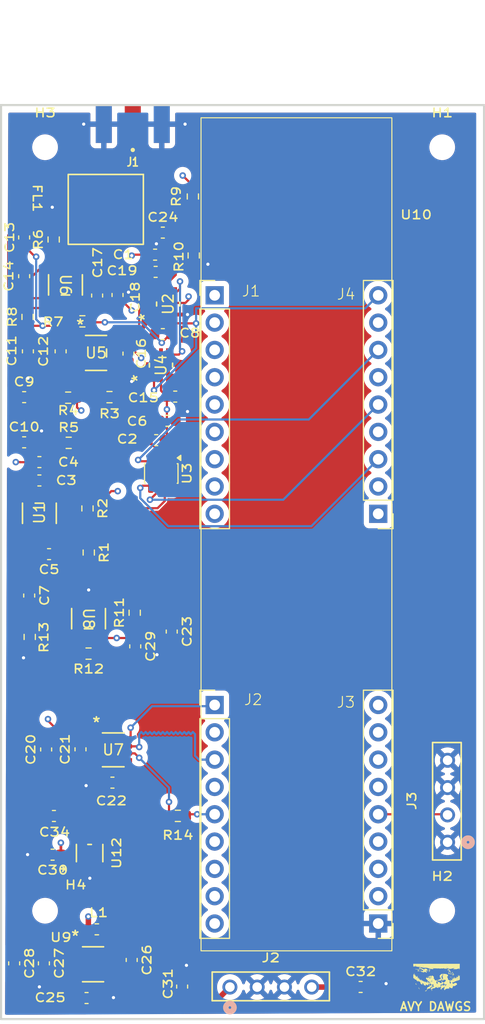
<source format=kicad_pcb>
(kicad_pcb (version 20241229) (generator "pcbnew") (generator_version "9.0")
  (layers (0 "F.Cu" signal) (4 "In1.Cu" power "GND.Cu") (6 "In2.Cu" power "PWR5.Cu") (2 "B.Cu" signal) (13 "F.Paste" user) (15 "B.Paste" user) (5 "F.SilkS" user "F.Silkscreen") (7 "B.SilkS" user "B.Silkscreen") (1 "F.Mask" user) (3 "B.Mask" user) (25 "Edge.Cuts" user))
  (net 0 "")
  (net 1 "/Serial_Data_Out")
  (net 2 "GND")
  (net 3 "/PGA/Vout")
  (net 4 "/Pot_CS")
  (net 5 "/PGA/Sigin")
  (net 6 "/PGA/Vinm")
  (net 7 "+5V")
  (net 8 "Net-(U1-+IN)")
  (net 9 "/HGA_out")
  (net 10 "Net-(U6--IN)")
  (net 11 "/High Gain Amplifier/Vref")
  (net 12 "/ADC/Sigin")
  (net 13 "Net-(U5-+IN)")
  (net 14 "Net-(U5--IN)")
  (net 15 "/HGA_in")
  (net 16 "/Filter_out")
  (net 17 "/Bypass_sig")
  (net 18 "/PGA_in")
  (net 19 "Net-(U7-AIN)")
  (net 20 "Net-(U7-REF)")
  (net 30 "/High Gain Amplifier/Sigin")
  (net 32 "/SCK")
  (net 33 "/CS_bar")
  (net 42 "/uart")
  (net 47 "Net-(C13-Pad2)")
  (net 48 "+3.3V")
  (net 49 "/Filter/Sigout")
  (net 50 "+9V")
  (net 51 "Net-(U9-SW)")
  (net 52 "Net-(U9-BST)")
  (net 53 "/Filter/Sigin")
  (net 54 "Net-(U8--IN)")
  (net 55 "Net-(U7-SDO)")
  (net 57 "/Bypass_ctrl")
  (net 62 "/Pot_SDI")
  (net 63 "/Pot_CLK")
  (footprint "Resistor_SMD:R_0603_1608Metric" (layer "F.Cu") (at 126.3 108.91 -90)
    (property "Reference" "R1")
    (property "Value" "100k" (hide yes))
  )
  (footprint "pin_header_fp:CON4_1X4_TU_TSW" (layer "F.Cu") (at 143.26 149.32)
    (property "Reference" "J2")
    (property "Value" "TSW-104-14-F-S" (hide yes))
  )
  (footprint "Capacitor_SMD:C_0603_1608Metric" (layer "F.Cu") (at 120.28 94.46)
    (property "Reference" "C9")
    (property "Value" "10u" (hide yes))
  )
  (footprint "Resistor_SMD:R_0603_1608Metric" (layer "F.Cu") (at 136 75.8 -90)
    (property "Reference" "R9")
    (property "Value" "10k" (hide yes))
  )
  (footprint "457k_bp_filter_fp:457k_bandpass_FL" (layer "F.Cu") (at 124.3875 73.75 -90)
    (property "Reference" "FL1")
    (property "Value" "~" (hide yes))
  )
  (footprint "Capacitor_SMD:C_0603_1608Metric" (layer "F.Cu") (at 122.93 137.01 180)
    (property "Reference" "C30")
    (property "Value" "1u" (hide yes))
  )
  (footprint "step_down_converter:SOIC_05WU-7_DIO-M" (layer "F.Cu") (at 126.7 147.2)
    (property "Reference" "U9")
    (property "Value" "AP63205WU-7" (hide yes))
  )
  (footprint "Resistor_SMD:R_0603_1608Metric" (layer "F.Cu") (at 120.6 87 90)
    (property "Reference" "R8")
    (property "Value" "1.33k" (hide yes))
  )
  (footprint "Capacitor_SMD:C_0603_1608Metric" (layer "F.Cu") (at 120.28 98.66)
    (property "Reference" "C10")
    (property "Value" "100n" (hide yes))
  )
  (footprint "linear_regulator_fp:SC-70_C5_MCH-M" (layer "F.Cu") (at 126.38 136.86 90)
    (property "Reference" "U12")
    (property "Value" "MIC5365-3.3YC5-TR" (hide yes))
  )
  (footprint "SMA_male_fp:RFSOLUTIONS_CON-SMA-EDGE-S" (layer "F.Cu") (at 130.4 69.0725 -90)
    (property "Reference" "J1")
    (property "Value" "CON-SMA-EDGE-S" (hide yes))
  )
  (footprint "MountingHole:MountingHole_2mm" (layer "F.Cu") (at 122.23 142.22)
    (property "Reference" "H4")
    (property "Value" "MountingHole" (hide yes))
  )
  (footprint "Inductor_SMD:L_0603_1608Metric" (layer "F.Cu") (at 127.05 143.95 180)
    (property "Reference" "L1")
    (property "Value" "4.7u" (hide yes))
  )
  (footprint "Resistor_SMD:R_0603_1608Metric" (layer "F.Cu") (at 124.43 98.71)
    (property "Reference" "R5")
    (property "Value" "10k" (hide yes))
  )
  (footprint "Mux:DCK6" (layer "F.Cu") (at 133.03 91.4821 90)
    (property "Reference" "U4")
    (property "Value" "TS5A4624DCKR")
  )
  (footprint "Capacitor_SMD:C_0603_1608Metric" (layer "F.Cu") (at 130.3 146.8 90)
    (property "Reference" "C26")
    (property "Value" "100n" (hide yes))
  )
  (footprint "Capacitor_SMD:C_0603_1608Metric" (layer "F.Cu") (at 134.355 94.41)
    (property "Reference" "C15")
    (property "Value" "100n" (hide yes))
  )
  (footprint "Capacitor_SMD:C_0603_1608Metric" (layer "F.Cu") (at 135 149.275 90)
    (property "Reference" "C31")
    (property "Value" "10u" (hide yes))
  )
  (footprint "Capacitor_SMD:C_0603_1608Metric" (layer "F.Cu") (at 122.6 109.06 180)
    (property "Reference" "C5")
    (property "Value" ".2u" (hide yes))
  )
  (footprint "Resistor_SMD:R_0603_1608Metric" (layer "F.Cu") (at 123.03 79.8 90)
    (property "Reference" "R6")
    (property "Value" "174k" (hide yes))
  )
  (footprint "LT172x:S_5_ADI" (layer "F.Cu") (at 126.28 115.06 -90)
    (property "Reference" "U8")
    (property "Value" "LT1818IS5-TRMPBF")
  )
  (footprint "Capacitor_SMD:C_0603_1608Metric" (layer "F.Cu") (at 122.12 147.115 -90)
    (property "Reference" "C27")
    (property "Value" "22u" (hide yes))
  )
  (footprint "Capacitor_SMD:C_0603_1608Metric" (layer "F.Cu") (at 120.28 79.61 -90)
    (property "Reference" "C13")
    (property "Value" "36p" (hide yes))
  )
  (footprint "Capacitor_SMD:C_0603_1608Metric" (layer "F.Cu") (at 128.98 84.96 90)
    (property "Reference" "C18")
    (property "Value" "100n" (hide yes))
  )
  (footprint "Capacitor_SMD:C_0603_1608Metric" (layer "F.Cu") (at 121.7 102.21)
    (property "Reference" "C3")
    (property "Value" "1u" (hide yes))
  )
  (footprint "Resistor_SMD:R_0603_1608Metric" (layer "F.Cu") (at 126.28 118.31 180)
    (property "Reference" "R12")
    (property "Value" "3k" (hide yes))
  )
  (footprint "pin_header_fp:CON4_1X4_TU_TSW" (layer "F.Cu") (at 159.73 132.04 90)
    (property "Reference" "J3")
    (property "Value" "TSW-104-14-F-S" (hide yes))
  )
  (footprint "Resistor_SMD:R_0603_1608Metric" (layer "F.Cu") (at 124.38 94.51 180)
    (property "Reference" "R4")
    (property "Value" "10k" (hide yes))
  )
  (footprint "LT172x:S_5_ADI" (layer "F.Cu") (at 121.7 105.26 90)
    (property "Reference" "U1")
    (property "Value" "LT1722CS5-TRMPBF")
  )
  (footprint "LT172x:S_5_ADI" (layer "F.Cu") (at 124.129999 84.02 -90)
    (property "Reference" "U6")
    (property "Value" "LT1722CS5-TRMPBF")
  )
  (footprint "Resistor_SMD:R_0603_1608Metric" (layer "F.Cu") (at 134.6 133.4)
    (property "Reference" "R14")
    (property "Value" "33" (hide yes))
  )
  (footprint "Capacitor_SMD:C_0603_1608Metric" (layer "F.Cu") (at 123.055 133.41 180)
    (property "Reference" "C34")
    (property "Value" "1u" (hide yes))
  )
  (footprint "Capacitor_SMD:C_0603_1608Metric" (layer "F.Cu") (at 125.53 127.21 90)
    (property "Reference" "C21")
    (property "Value" "4.7u" (hide yes))
  )
  (footprint "Cmod_S7:Cmod_S7" (layer "F.Cu") (at 142.86 58.55)
    (property "Reference" "U10")
    (property "Value" "~" (hide yes))
  )
  (footprint "Capacitor_SMD:C_0603_1608Metric" (layer "F.Cu") (at 133.63 96.66)
    (property "Reference" "C6")
    (property "Value" ".15u" (hide yes))
  )
  (footprint "Capacitor_SMD:C_0603_1608Metric" (layer "F.Cu") (at 133.2 79.16)
    (property "Reference" "C24")
    (property "Value" "22n" (hide yes))
  )
  (footprint "Resistor_SMD:R_0603_1608Metric" (layer "F.Cu") (at 128.23 94.46)
    (property "Reference" "R3")
    (property "Value" "4.99k" (hide yes))
  )
  (footprint "Capacitor_SMD:C_0603_1608Metric" (layer "F.Cu") (at 120.63 90.2 -90)
    (property "Reference" "C11")
    (property "Value" "10u" (hide yes))
  )
  (footprint "Capacitor_SMD:C_0603_1608Metric" (layer "F.Cu") (at 123.68 90.2 -90)
    (property "Reference" "C12")
    (property "Value" "100n" (hide yes))
  )
  (footprint "Capacitor_SMD:C_0603_1608Metric" (layer "F.Cu") (at 120.75 112.91 -90)
    (property "Reference" "C7")
    (property "Value" "68p" (hide yes))
  )
  (footprint "Package_TO_SOT_SMD:SOT-23-8" (layer "F.Cu") (at 133.055 101.56 -90)
    (property "Reference" "U3")
    (property "Value" "AD5160" (hide yes))
  )
  (footprint "Resistor_SMD:R_0603_1608Metric" (layer "F.Cu") (at 125.705 87.41)
    (property "Reference" "R7")
    (property "Value" "866" (hide yes))
  )
  (footprint "Capacitor_SMD:C_0603_1608Metric" (layer "F.Cu") (at 132.58 98.46 180)
    (property "Reference" "C2")
    (property "Value" "100n" (hide yes))
  )
  (footprint "Capacitor_SMD:C_0603_1608Metric" (layer "F.Cu") (at 130 90.41 -90)
    (property "Reference" "C16")
    (property "Value" "100n" (hide yes))
  )
  (footprint "Resistor_SMD:R_0603_1608Metric" (layer "F.Cu") (at 126.18 104.81 -90)
    (property "Reference" "R2")
    (property "Value" "100k" (hide yes))
  )
  (footprint "Resistor_SMD:R_0603_1608Metric" (layer "F.Cu") (at 136.08 81.285 -90)
    (property "Reference" "R10")
    (property "Value" "10k" (hide yes))
  )
  (footprint "LTC2315:TSOT-23_TS8_LIT" (layer "F.Cu") (at 128.58 127.26)
    (property "Reference" "U7")
    (property "Value" "LTC2315CTS8-12-PBF")
  )
  (footprint "Resistor_SMD:R_0603_1608Metric" (layer "F.Cu") (at 120.8 116.76 -90)
    (property "Reference" "R13")
    (property "Value" "2k" (hide yes))
  )
  (footprint "Capacitor_SMD:C_0603_1608Metric" (layer "F.Cu") (at 151.63 149.31)
    (property "Reference" "C32")
    (property "Value" "10u" (hide yes))
  )
  (footprint "Capacitor_SMD:C_0603_1608Metric" (layer "F.Cu") (at 120.28 83.21 90)
    (property "Reference" "C14")
    (property "Value" "36p" (hide yes))
  )
  (footprint "Capacitor_SMD:C_0603_1608Metric" (layer "F.Cu") (at 127.08 85.01 90)
    (property "Reference" "C17")
    (property "Value" "1u" (hide yes))
  )
  (footprint "Capacitor_SMD:C_0603_1608Metric" (layer "F.Cu") (at 133.2 88.6)
    (property "Reference" "C8")
    (property "Value" "68p" (hide yes))
  )
  (footprint "Capacitor_SMD:C_0603_1608Metric" (layer "F.Cu") (at 132.53 82.81)
    (property "Reference" "C19")
    (property "Value" "100n" (hide yes))
  )
  (footprint "MountingHole:MountingHole_2mm" (layer "F.Cu") (at 122.23 71.22)
    (property "Reference" "H3")
    (property "Value" "MountingHole" (hide yes))
  )
  (footprint "Capacitor_SMD:C_0603_1608Metric" (layer "F.Cu") (at 128.505 130.31 180)
    (property "Reference" "C22")
    (property "Value" "4.7u" (hide yes))
  )
  (footprint "Capacitor_SMD:C_0603_1608Metric" (layer "F.Cu") (at 130.63 117.635 -90)
    (property "Reference" "C29")
    (property "Value" "100n" (hide yes))
  )
  (footprint "Capacitor_SMD:C_0603_1608Metric" (layer "F.Cu") (at 119.35 147.115 -90)
    (property "Reference" "C28")
    (property "Value" "22u" (hide yes))
  )
  (footprint "Capacitor_SMD:C_0603_1608Metric" (layer "F.Cu") (at 132.48 81.21)
    (property "Reference" "C1")
    (property "Value" "1u" (hide yes))
  )
  (footprint "Capacitor_SMD:C_0603_1608Metric" (layer "F.Cu") (at 122.33 127.225 90)
    (property "Reference" "C20")
    (property "Value" "4.7u" (hide yes))
  )
  (footprint "Capacitor_SMD:C_0603_1608Metric" (layer "F.Cu") (at 134.03 116.26 -90)
    (property "Reference" "C23")
    (property "Value" "47p" (hide yes))
  )
  (footprint "Resistor_SMD:R_0603_1608Metric" (layer "F.Cu") (at 130.58 114.51 90)
    (property "Reference" "R11")
    (property "Value" "50" (hide yes))
  )
  (footprint "Graphics:grapphics" (layer "F.Cu") (at 158.7 148.6)
    (property "Reference" "G***" (hide yes))
    (property "Value" "LOGO" (hide yes))
  )
  (footprint "AD8031:RJ_5_ADI" (layer "F.Cu") (at 126.9808 90.350001)
    (property "Reference" "U5")
    (property "Value" "AD8031ARTZ-REEL7")
  )
  (footprint "Capacitor_SMD:C_0603_1608Metric" (layer "F.Cu") (at 121.7 100.5)
    (property "Reference" "C4")
    (property "Value" "100n" (hide yes))
  )
  (footprint "Mux:DCK6" (layer "F.Cu") (at 133.7 85.8 90)
    (property "Reference" "U2")
    (property "Value" "TS5A4624DCKR")
  )
  (footprint "MountingHole:MountingHole_2mm" (layer "F.Cu") (at 159.23 71.22)
    (property "Reference" "H1")
    (property "Value" "MountingHole" (hide yes))
  )
  (footprint "MountingHole:MountingHole_2mm" (layer "F.Cu") (at 159.23 142.22)
    (property "Reference" "H2")
    (property "Value" "MountingHole" (hide yes))
  )
  (footprint "Capacitor_SMD:C_0603_1608Metric" (layer "F.Cu") (at 126.095 150.34)
    (property "Reference" "C25")
    (property "Value" "10u" (hide yes))
  )
  (gr_rect (start 118.13 67.3) (end 163.13 152.3) (stroke (width 0.2)) (fill no) (layer "Edge.Cuts"))
  (gr_text "AVY DAWGS" (at 155.2 151.6 0) (layer "F.SilkS") (effects (font (size 0.8 0.8) (thickness 0.15) (bold yes)) (justify left bottom)))
  (segment (start 136.4 133.25) (end 135.575 133.25) (width 0.2032) (layer "F.Cu") (net 1))
  (via (at 136.4 133.25) (size 0.61) (drill 0.3) (layers "F.Cu" "B.Cu") (net 1))
  (segment (start 136.4 133.25) (end 138.03 133.25) (width 0.2032) (layer "B.Cu") (net 1))
  (segment (start 123.455 100.51) (end 125.255 98.71) (width 0.2032) (layer "F.Cu") (net 2))
  (segment (start 122.33 128) (end 125.515 128) (width 0.2032) (layer "F.Cu") (net 2))
  (segment (start 133.305 82.81) (end 133.305 81.26) (width 0.2032) (layer "F.Cu") (net 2))
  (segment (start 135.12 148.365) (end 135.12 148.38) (width 0.508) (layer "F.Cu") (net 2))
  (segment (start 120.8 118.12) (end 120.22 118.7) (width 0.2032) (layer "F.Cu") (net 2))
  (segment (start 122.7096 109.7646) (end 121.7 108.755) (width 0.2032) (layer "F.Cu") (net 2))
  (segment (start 126.2704 109.7646) (end 122.7096 109.7646) (width 0.2032) (layer "F.Cu") (net 2))
  (segment (start 122.855 100.51) (end 122.855 102.21) (width 0.2032) (layer "F.Cu") (net 2))
  (segment (start 135 148.5) (end 135 147.7) (width 0.508) (layer "F.Cu") (net 2))
  (segment (start 121.055 98.71) (end 122.855 100.51) (width 0.2032) (layer "F.Cu") (net 2))
  (segment (start 127.13 84.185) (end 127.08 84.235) (width 0.2032) (layer "F.Cu") (net 2))
  (segment (start 134.349999 86.7779) (end 135.5 86.7779) (width 0.2032) (layer "F.Cu") (net 2))
  (segment (start 122.12 147.89) (end 122.12 148.88) (width 0.508) (layer "F.Cu") (net 2))
  (segment (start 127.73 130.31) (end 126.29 130.31) (width 0.2032) (layer "F.Cu") (net 2))
  (segment (start 124.129999 83.057399) (end 125.3076 84.235) (width 0.2032) (layer "F.Cu") (net 2))
  (segment (start 125.53 127.985) (end 125.929999 127.585001) (width 0.2032) (layer "F.Cu") (net 2))
  (segment (start 120.8 117.585) (end 120.8 118.12) (width 0.2032) (layer "F.Cu") (net 2))
  (segment (start 133.255 81.21) (end 133.255 80.855) (width 0.2032) (layer "F.Cu") (net 2))
  (segment (start 126.29 130.31) (end 126.1 130.5) (width 0.2032) (layer "F.Cu") (net 2))
  (segment (start 135.5 86.7779) (end 135.6779 86.7779) (width 0.2032) (layer "F.Cu") (net 2))
  (segment (start 126.28 112.4) (end 126.29 112.39) (width 0.2032) (layer "F.Cu") (net 2))
  (segment (start 121.055 98.445) (end 121.9 97.6) (width 0.2032) (layer "F.Cu") (net 2))
  (segment (start 122.28 136.885) (end 122.155 137.01) (width 0.2032) (layer "F.Cu") (net 2))
  (segment (start 131.805 98.46) (end 125.505 98.46) (width 0.2032) (layer "F.Cu") (net 2))
  (segment (start 121.055 98.66) (end 121.055 98.71) (width 0.2032) (layer "F.Cu") (net 2))
  (segment (start 135.13 93.910001) (end 135.13 94.41) (width 0.2032) (layer "F.Cu") (net 2))
  (segment (start 120.61 137.01) (end 120.6 137) (width 0.2032) (layer "F.Cu") (net 2))
  (segment (start 127.73 130.185) (end 125.53 127.985) (width 0.2032) (layer "F.Cu") (net 2))
  (segment (start 134.92 148.42) (end 134.92 148.365) (width 0.508) (layer "F.Cu") (net 2))
  (segment (start 130.63 118.41) (end 132.655 118.41) (width 0.2032) (layer "F.Cu") (net 2))
  (segment (start 120.63 90.975) (end 123.68 90.975) (width 0.2032) (layer "F.Cu") (net 2))
  (segment (start 122.155 137.01) (end 120.61 137.01) (width 0.254) (layer "F.Cu") (net 2))
  (segment (start 126.38 138.07285) (end 126.38 139.18) (width 0.254) (layer "F.Cu") (net 2))
  (segment (start 126.87 150.34) (end 128.56 150.34) (width 0.508) (layer "F.Cu") (net 2))
  (segment (start 121.7 108.755) (end 121.7 106.57) (width 0.2032) (layer "F.Cu") (net 2))
  (segment (start 126.38 139.18) (end 126.4 139.2) (width 0.2032) (layer "F.Cu") (net 2))
  (segment (start 125.505 98.46) (end 125.255 98.71) (width 0.2032) (layer "F.Cu") (net 2))
  (segment (start 126.29 112.39) (end 126.3 112.38) (width 0.2032) (layer "F.Cu") (net 2))
  (segment (start 135.13 94.41) (end 135.13 95.43) (width 0.2032) (layer "F.Cu") (net 2))
  (segment (start 126.28 113.75) (end 126.28 112.4) (width 0.2032) (layer "F.Cu") (net 2))
  (segment (start 136.08 82.11) (end 137.39 82.11) (width 0.2032) (layer "F.Cu") (net 2))
  (segment (start 133.305 81.26) (end 133.255 81.21) (width 0.2032) (layer "F.Cu") (net 2))
  (segment (start 125.3076 84.235) (end 127.08 84.235) (width 0.2032) (layer "F.Cu") (net 2))
  (segment (start 121.055 98.66) (end 121.055 98.445) (width 0.2032) (layer "F.Cu") (net 2))
  (segment (start 135 147.7) (end 135.4 147.3) (width 0.508) (layer "F.Cu") (net 2))
  (segment (start 130 92.7) (end 130.3 93) (width 0.2032) (layer "F.Cu") (net 2))
  (segment (start 119.35 147.89) (end 122.12 147.89) (width 0.508) (layer "F.Cu") (net 2))
  (segment (start 132.73 99.385) (end 132.73 100.4225) (width 0.2032) (layer "F.Cu") (net 2))
  (segment (start 122.28 133.41) (end 122.28 136.885) (width 0.254) (layer "F.Cu") (net 2))
  (segment (start 122.12 148.88) (end 121.7 149.3) (width 0.508) (layer "F.Cu") (net 2))
  (segment (start 122.855 100.51) (end 123.455 100.51) (width 0.2032) (layer "F.Cu") (net 2))
  (segment (start 127.73 130.31) (end 127.73 130.185) (width 0.2032) (layer "F.Cu") (net 2))
  (segment (start 128.56 150.34) (end 128.6 150.3) (width 0.508) (layer "F.Cu") (net 2))
  (segment (start 126.3 109.735) (end 126.2704 109.7646) (width 0.2032) (layer "F.Cu") (net 2))
  (segment (start 123.1 77) (end 122.9 76.8) (width 0.2032) (layer "F.Cu") (net 2))
  (segment (start 135 148.5) (end 134.92 148.42) (width 0.508) (layer "F.Cu") (net 2))
  (segment (start 135.2725 69.0725) (end 133.1 69.0725) (width 0.2032) (layer "F.Cu") (net 2))
  (segment (start 133.679999 92.46) (end 135.13 93.910001) (width 0.2032) (layer "F.Cu") (net 2))
  (segment (start 124.129999 82.71) (end 124.129999 83.057399) (width 0.2032) (layer "F.Cu") (net 2))
  (segment (start 124.304999 90.350001) (end 125.7616 90.350001) (width 0.2032) (layer "F.Cu") (net 2))
  (segment (start 120.63 90.975) (end 120.63 92.7) (width 0.2032) (layer "F.Cu") (net 2))
  (segment (start 130 91.185) (end 130 92.7) (width 0.2032) (layer "F.Cu") (net 2))
  (segment (start 125.929999 127.585001) (end 127.26555 127.585001) (width 0.2032) (layer "F.Cu") (net 2))
  (segment (start 133.255 80.855) (end 132.6 80.2) (width 0.2032) (layer "F.Cu") (net 2))
  (segment (start 137.39 82.11) (end 137.4 82.1) (width 0.2032) (layer "F.Cu") (net 2))
  (segment (start 126.3 112.38) (end 126.3 109.735) (width 0.2032) (layer "F.Cu") (net 2))
  (segment (start 135.13 95.43) (end 135.5 95.8) (width 0.2032) (layer "F.Cu") (net 2))
  (segment (start 120.63 92.7) (end 120.63 94.035) (width 0.2032) (layer "F.Cu") (net 2))
  (segment (start 125.8275 69.0725) (end 127.7 69.0725) (width 0.2032) (layer "F.Cu") (net 2))
  (segment (start 125.515 128) (end 125.53 127.985) (width 0.2032) (layer "F.Cu") (net 2))
  (segment (start 128.98 84.185) (end 129.485 84.185) (width 0.2032) (layer "F.Cu") (net 2))
  (segment (start 129.485 84.185) (end 130 84.7) (width 0.2032) (layer "F.Cu") (net 2))
  (segment (start 126.87 150.34) (end 126.87 149.383351) (width 0.508) (layer "F.Cu") (net 2))
  (segment (start 126.28 112.4) (end 126.28 112.32) (width 0.2032) (layer "F.Cu") (net 2))
  (segment (start 132.655 118.41) (end 134.03 117.035) (width 0.2032) (layer "F.Cu") (net 2))
  (segment (start 152.405 149.31) (end 153.69 149.31) (width 0.508) (layer "F.Cu") (net 2))
  (segment (start 125.3875 77) (end 123.1 77) (width 0.2032) (layer "F.Cu") (net 2))
  (segment (start 123.68 90.975) (end 124.304999 90.350001) (width 0.2032) (layer "F.Cu") (net 2))
  (segment (start 125.3875 77) (end 124.7 77) (width 0.2032) (layer "F.Cu") (net 2))
  (segment (start 126.87 149.383351) (end 128.10335 148.150001) (width 0.508) (layer "F.Cu") (net 2))
  (segment (start 131.805 98.46) (end 132.73 99.385) (width 0.2032) (layer "F.Cu") (net 2))
  (segment (start 135.12 148.38) (end 135 148.5) (width 0.508) (layer "F.Cu") (net 2))
  (segment (start 120.63 94.035) (end 121.055 94.46) (width 0.2032) (layer "F.Cu") (net 2))
  (segment (start 128.98 84.185) (end 127.13 84.185) (width 0.2032) (layer "F.Cu") (net 2))
  (segment (start 153.69 149.31) (end 154 149) (width 0.508) (layer "F.Cu") (net 2))
  (via (at 121.7 149.3) (size 0.61) (drill 0.3) (layers "F.Cu" "B.Cu") (net 2))
  (via (at 130.3 93) (size 0.61) (drill 0.3) (layers "F.Cu" "B.Cu") (net 2))
  (via (at 126.29 112.39) (size 0.61) (drill 0.3) (layers "F.Cu" "B.Cu") (net 2))
  (via (at 128.6 150.3) (size 0.61) (drill 0.3) (layers "F.Cu" "B.Cu") (net 2))
  (via (at 135.5 95.8) (size 0.61) (drill 0.3) (layers "F.Cu" "B.Cu") (net 2))
  (via (at 121.9 97.6) (size 0.61) (drill 0.3) (layers "F.Cu" "B.Cu") (net 2))
  (via (at 154 149) (size 0.61) (drill 0.3) (layers "F.Cu" "B.Cu") (net 2))
  (via (at 125.8275 69.0725) (size 0.61) (drill 0.3) (layers "F.Cu" "B.Cu") (net 2))
  (via (at 120.63 92.7) (size 0.61) (drill 0.3) (layers "F.Cu" "B.Cu") (net 2))
  (via (at 132.6 80.2) (size 0.61) (drill 0.3) (layers "F.Cu" "B.Cu") (net 2))
  (via (at 120.6 137) (size 0.61) (drill 0.3) (layers "F.Cu" "B.Cu") (net 2))
  (via (at 137.4 82.1) (size 0.61) (drill 0.3) (layers "F.Cu" "B.Cu") (net 2))
  (via (at 130 84.7) (size 0.61) (drill 0.3) (layers "F.Cu" "B.Cu") (net 2))
  (via (at 122.9 76.8) (size 0.61) (drill 0.3) (layers "F.Cu" "B.Cu") (net 2))
  (via (at 135.5 86.7779) (size 0.61) (drill 0.3) (layers "F.Cu" "B.Cu") (net 2))
  (via (at 120.22 118.7) (size 0.61) (drill 0.3) (layers "F.Cu" "B.Cu") (net 2))
  (via (at 135.4 147.3) (size 0.61) (drill 0.3) (layers "F.Cu" "B.Cu") (net 2))
  (via (at 126.4 139.2) (size 0.61) (drill 0.3) (layers "F.Cu" "B.Cu") (net 2))
  (via (at 135.2725 69.0725) (size 0.61) (drill 0.3) (layers "F.Cu" "B.Cu") (net 2))
  (via (at 126.052267 130.586174) (size 0.61) (drill 0.3) (layers "F.Cu" "B.Cu") (net 2))
  (via (at 132.655 118.41) (size 0.61) (drill 0.3) (layers "F.Cu" "B.Cu") (net 2))
  (segment (start 133.1 69.0725) (end 135.2725 69.0725) (width 0.2032) (layer "B.Cu") (net 2))
  (segment (start 127.7 69.0725) (end 125.8275 69.0725) (width 0.2032) (layer "B.Cu") (net 2))
  (segment (start 120.749999 106.189) (end 122.149799 104.7892) (width 0.2032) (layer "F.Cu") (net 3))
  (segment (start 132.7108 104.7892) (end 133.38 104.12) (width 0.2032) (layer "F.Cu") (net 3))
  (segment (start 133.38 104.12) (end 133.38 102.6975) (width 0.2032) (layer "F.Cu") (net 3))
  (segment (start 120.75 112.135) (end 120.75 106.57) (width 0.2032) (layer "F.Cu") (net 3))
  (segment (start 122.149799 104.7892) (end 132.7108 104.7892) (width 0.2032) (layer "F.Cu") (net 3))
  (segment (start 120.749999 106.57) (end 120.749999 106.189) (width 0.2032) (layer "F.Cu") (net 3))
  (segment (start 132.73 102.6975) (end 132.73 103.27) (width 0.2032) (layer "F.Cu") (net 4))
  (segment (start 132.73 103.27) (end 132 104) (width 0.2032) (layer "F.Cu") (net 4))
  (via (at 132 104) (size 0.61) (drill 0.3) (layers "F.Cu" "B.Cu") (net 4))
  (segment (start 132 104) (end 144.42 104) (width 0.2032) (layer "B.Cu") (net 4))
  (segment (start 144.42 104) (end 153.27 95.15) (width 0.2032) (layer "B.Cu") (net 4))
  (segment (start 134.405 96.66) (end 135 97.255) (width 0.2032) (layer "F.Cu") (net 5))
  (segment (start 135 97.255) (end 135 101.7275) (width 0.2032) (layer "F.Cu") (net 5))
  (segment (start 135 101.7275) (end 134.03 102.6975) (width 0.2032) (layer "F.Cu") (net 5))
  (segment (start 134.03 101.084999) (end 134.03 100.4225) (width 0.2032) (layer "F.Cu") (net 6))
  (segment (start 122.650001 103.95) (end 125.100001 101.5) (width 0.2032) (layer "F.Cu") (net 6))
  (segment (start 133.614999 101.5) (end 134.03 101.084999) (width 0.2032) (layer "F.Cu") (net 6))
  (segment (start 125.100001 101.5) (end 133.614999 101.5) (width 0.2032) (layer "F.Cu") (net 6))
  (segment (start 130.63 116.86) (end 128.9 116.86) (width 0.2032) (layer "F.Cu") (net 7))
  (segment (start 126.735949 125.7554) (end 123.0246 125.7554) (width 0.2032) (layer "F.Cu") (net 7))
  (segment (start 123.705 137.01) (end 123.705 135.805) (width 0.254) (layer "F.Cu") (net 7))
  (segment (start 129 103.2) (end 128.4 103.2) (width 0.2032) (layer "F.Cu") (net 7))
  (segment (start 135.05 73.85) (end 135 73.8) (width 0.2032) (layer "F.Cu") (net 7))
  (segment (start 126.2625 145.284149) (end 125.29665 146.249999) (width 0.508) (layer "F.Cu") (net 7))
  (segment (start 126.2625 143.95) (end 126.4025 143.95) (width 0.508) (layer "F.Cu") (net 7))
  (segment (start 126.625 85.33) (end 127.08 85.785) (width 0.2032) (layer "F.Cu") (net 7))
  (segment (start 127.105 116.495001) (end 127.230001 116.37) (width 0.2032) (layer "F.Cu") (net 7))
  (segment (start 119.35 146.34) (end 122.12 146.34) (width 0.508) (layer "F.Cu") (net 7))
  (segment (start 131.755 82.81) (end 131.61 82.81) (width 0.2032) (layer "F.Cu") (net 7))
  (segment (start 131.705 81.21) (end 130.39 81.21) (width 0.2032) (layer "F.Cu") (net 7))
  (segment (start 133.7 85.9905) (end 133.7 86.7779) (width 0.2032) (layer "F.Cu") (net 7))
  (segment (start 125.730001 137.2791) (end 125.909101 137.1) (width 0.254) (layer "F.Cu") (net 7))
  (segment (start 127.029999 137.529999) (end 127.029999 138.07285) (width 0.254) (layer "F.Cu") (net 7))
  (segment (start 127.08 85.785) (end 128.93 85.785) (width 0.2032) (layer "F.Cu") (net 7))
  (segment (start 135.6 85.1) (end 135.6 85.4) (width 0.2032) (layer "F.Cu") (net 7))
  (segment (start 128.9 116.86) (end 127.720001 116.86) (width 0.2032) (layer "F.Cu") (net 7))
  (segment (start 126.2625 143.95) (end 126.2625 145.284149) (width 0.508) (layer "F.Cu") (net 7))
  (segment (start 119.91 100.51) (end 121 100.51) (width 0.2032) (layer "F.Cu") (net 7))
  (segment (start 120.749999 103.95) (end 120.749999 102.765001) (width 0.2032) (layer "F.Cu") (net 7))
  (segment (start 122.12 146.34) (end 122.26 146.2) (width 0.508) (layer "F.Cu") (net 7))
  (segment (start 128.2 89.4) (end 129.765 89.4) (width 0.2032) (layer "F.Cu") (net 7))
  (segment (start 119.9 100.5) (end 119.91 100.51) (width 0.2032) (layer "F.Cu") (net 7))
  (segment (start 125.08 85.33) (end 126.625 85.33) (width 0.2032) (layer "F.Cu") (net 7))
  (segment (start 131.755 82.81) (end 131.755 81.26) (width 0.2032) (layer "F.Cu") (net 7))
  (segment (start 133.58 94.41) (end 133.03 93.86) (width 0.2032) (layer "F.Cu") (net 7))
  (segment (start 125.246651 146.2) (end 125.29665 146.249999) (width 0.508) (layer "F.Cu") (net 7))
  (segment (start 133.355 98.46) (end 133.355 100.3975) (width 0.2032) (layer "F.Cu") (net 7))
  (segment (start 127.105 118.31) (end 127.105 116.495001) (width 0.2032) (layer "F.Cu") (net 7))
  (segment (start 127.615 103.985) (end 126.18 103.985) (width 0.2032) (layer "F.Cu") (net 7))
  (segment (start 133.58 98.235) (end 133.58 95.6) (width 0.2032) (layer "F.Cu") (net 7))
  (segment (start 133.9905 85.7) (end 133.7 85.9905) (width 0.2032) (layer "F.Cu") (net 7))
  (segment (start 128.98 85.735) (end 129.635 85.735) (width 0.2032) (layer "F.Cu") (net 7))
  (segment (start 150.845 149.32) (end 150.855 149.31) (width 0.508) (layer "F.Cu") (net 7))
  (segment (start 129.635 85.735) (end 130.3 86.4) (width 0.2032) (layer "F.Cu") (net 7))
  (segment (start 133.03 93.86) (end 133.03 92.46) (width 0.2032) (layer "F.Cu") (net 7))
  (segment (start 136 74.8) (end 135.05 73.85) (width 0.2032) (layer "F.Cu") (net 7))
  (segment (start 133.355 100.3975) (end 133.38 100.4225) (width 0.2032) (layer "F.Cu") (net 7))
  (segment (start 125.730001 138.07285) (end 124.76785 138.07285) (width 0.254) (layer "F.Cu") (net 7))
  (segment (start 120.925 102.59) (end 120.925 102.21) (width 0.2032) (layer "F.Cu") (net 7))
  (segment (start 125.909101 137.1) (end 126.6 137.1) (width 0.254) (layer "F.Cu") (net 7))
  (segment (start 123.0246 125.7554) (end 122.33 126.45) (width 0.2032) (layer "F.Cu") (net 7))
  (segment (start 123.0246 125.0754) (end 123.0246 125.7554) (width 0.2032) (layer "F.Cu") (net 7))
  (segment (start 147.07 149.32) (end 150.845 149.32) (width 0.508) (layer "F.Cu") (net 7))
  (segment (start 125.205 94.51) (end 125.205 95.405) (width 0.2032) (layer "F.Cu") (net 7))
  (segment (start 133.355 98.46) (end 133.58 98.235) (width 0.2032) (layer "F.Cu") (net 7))
  (segment (start 136 74.975) (end 136 74.8) (width 0.2032) (layer "F.Cu") (net 7))
  (segment (start 122.26 146.2) (end 125.246651 146.2) (width 0.508) (layer "F.Cu") (net 7))
  (segment (start 124.76785 138.07285) (end 123.705 137.01) (width 0.254) (layer "F.Cu") (net 7))
  (segment (start 125.730001 138.07285) (end 125.730001 137.2791) (width 0.254) (layer "F.Cu") (net 7))
  (segment (start 122.5 124.5508) (end 123.0246 125.0754) (width 0.2032) (layer "F.Cu") (net 7))
  (segment (start 130.39 81.21) (end 130.3 81.3) (width 0.2032) (layer "F.Cu") (net 7))
  (segment (start 120.749999 102.765001) (end 120.925 102.59) (width 0.2032) (layer "F.Cu") (net 7))
  (segment (start 127.26555 126.285001) (end 126.735949 125.7554) (width 0.2032) (layer "F.Cu") (net 7))
  (segment (start 121 102.135) (end 120.925 102.21) (width 0.2032) (layer "F.Cu") (net 7))
  (segment (start 125.205 95.405) (end 125.6 95.8) (width 0.2032) (layer "F.Cu") (net 7))
  (segment (start 121 100.51) (end 121 102.135) (width 0.2032) (layer "F.Cu") (net 7))
  (segment (start 128.93 85.785) (end 128.98 85.735) (width 0.2032) (layer "F.Cu") (net 7))
  (segment (start 128.4 103.2) (end 127.615 103.985) (width 0.2032) (layer "F.Cu") (net 7))
  (segment (start 122.5 124.4) (end 122.5 124.5508) (width 0.2032) (layer "F.Cu") (net 7))
  (segment (start 127.720001 116.86) (end 127.230001 116.37) (width 0.2032) (layer "F.Cu") (net 7))
  (segment (start 126.6 137.1) (end 127.029999 137.529999) (width 0.254) (layer "F.Cu") (net 7))
  (segment (start 130 89.635) (end 131.1825 90.8175) (width 0.2032) (layer "F.Cu") (net 7))
  (segment (start 129.765 89.4) (end 130 89.635) (width 0.2032) (layer "F.Cu") (net 7))
  (segment (start 126.2625 143.95) (end 126.2625 142.7625) (width 0.508) (layer "F.Cu") (net 7))
  (segment (start 135.6 85.4) (end 135.3 85.7) (width 0.2032) (layer "F.Cu") (net 7))
  (segment (start 135.3 85.7) (end 133.9905 85.7) (width 0.2032) (layer "F.Cu") (net 7))
  (segment (start 133.58 95.6) (end 133.58 94.41) (width 0.2032) (layer "F.Cu") (net 7))
  (segment (start 131.755 81.26) (end 131.705 81.21) (width 0.2032) (layer "F.Cu") (net 7))
  (segment (start 119.5 100.5) (end 119.9 100.5) (width 0.2032) (layer "F.Cu") (net 7))
  (via (at 126.2625 142.7625) (size 0.61) (drill 0.3) (layers "F.Cu" "B.Cu") (net 7))
  (via (at 128.9 116.86) (size 0.61) (drill 0.3) (layers "F.Cu" "B.Cu") (net 7))
  (via (at 135.05 73.85) (size 0.61) (drill 0.3) (layers "F.Cu" "B.Cu") (net 7))
  (via (at 122.5 124.4) (size 0.61) (drill 0.3) (layers "F.Cu" "B.Cu") (net 7))
  (via (at 123.7 135.9) (size 0.61) (drill 0.3) (layers "F.Cu" "B.Cu") (net 7))
  (via (at 130.3 81.3) (size 0.61) (drill 0.3) (layers "F.Cu" "B.Cu") (net 7))
  (via (at 135.6 85.1) (size 0.61) (drill 0.3) (layers "F.Cu" "B.Cu") (net 7))
  (via (at 129 103.2) (size 0.61) (drill 0.3) (layers "F.Cu" "B.Cu") (net 7))
  (via (at 131.1825 90.8175) (size 0.61) (drill 0.3) (layers "F.Cu" "B.Cu") (net 7))
  (via (at 130.3 86.4) (size 0.61) (drill 0.3) (layers "F.Cu" "B.Cu") (net 7))
  (via (at 133.58 95.6) (size 0.61) (drill 0.3) (layers "F.Cu" "B.Cu") (net 7))
  (via (at 119.5 100.5) (size 0.61) (drill 0.3) (layers "F.Cu" "B.Cu") (net 7))
  (via (at 125.6 95.7) (size 0.61) (drill 0.3) (layers "F.Cu" "B.Cu") (net 7))
  (segment (start 125.325 109.06) (end 126.3 108.085) (width 0.2032) (layer "F.Cu") (net 8))
  (segment (start 122.650001 108.155001) (end 123.555 109.06) (width 0.2032) (layer "F.Cu") (net 8))
  (segment (start 126.18 105.635) (end 126.18 107.965) (width 0.2032) (layer "F.Cu") (net 8))
  (segment (start 122.650001 106.57) (end 122.650001 108.155001) (width 0.2032) (layer "F.Cu") (net 8))
  (segment (start 123.555 109.06) (end 125.325 109.06) (width 0.2032) (layer "F.Cu") (net 8))
  (segment (start 126.18 107.965) (end 126.3 108.085) (width 0.2032) (layer "F.Cu") (net 8))
  (segment (start 131 84.4) (end 131 89.124199) (width 0.2032) (layer "F.Cu") (net 9))
  (segment (start 123.03 81.235) (end 123.03 80.335) (width 0.2032) (layer "F.Cu") (net 9))
  (segment (start 124.635 81.235) (end 123.03 81.235) (width 0.2032) (layer "F.Cu") (net 9))
  (segment (start 131 89.124199) (end 132.380001 90.5042) (width 0.2032) (layer "F.Cu") (net 9))
  (segment (start 125.08 82.71) (end 125.08 81.68) (width 0.2032) (layer "F.Cu") (net 9))
  (segment (start 125.08 82.71) (end 129.31 82.71) (width 0.2032) (layer "F.Cu") (net 9))
  (segment (start 129.31 82.71) (end 131 84.4) (width 0.2032) (layer "F.Cu") (net 9))
  (segment (start 120.28 83.985) (end 123.03 81.235) (width 0.2032) (layer "F.Cu") (net 9))
  (segment (start 125.08 81.68) (end 124.635 81.235) (width 0.2032) (layer "F.Cu") (net 9))
  (segment (start 119.4 78.8) (end 119.435 78.835) (width 0.2032) (layer "F.Cu") (net 10))
  (segment (start 120.28 78.835) (end 122.88 78.835) (width 0.2032) (layer "F.Cu") (net 10))
  (segment (start 118.8 79.4) (end 119.4 78.8) (width 0.2032) (layer "F.Cu") (net 10))
  (segment (start 123.179998 85.33) (end 123.106198 85.2562) (width 0.2032) (layer "F.Cu") (net 10))
  (segment (start 122.88 78.835) (end 123.03 78.685) (width 0.2032) (layer "F.Cu") (net 10))
  (segment (start 118.8 84.2) (end 118.8 79.4) (width 0.2032) (layer "F.Cu") (net 10))
  (segment (start 119.435 78.835) (end 120.28 78.835) (width 0.2032) (layer "F.Cu") (net 10))
  (segment (start 119.8562 85.2562) (end 118.8 84.2) (width 0.2032) (layer "F.Cu") (net 10))
  (segment (start 123.106198 85.2562) (end 119.8562 85.2562) (width 0.2032) (layer "F.Cu") (net 10))
  (segment (start 123.179998 83.091) (end 123.179998 82.71) (width 0.2032) (layer "F.Cu") (net 11))
  (segment (start 126.1426 89.4) (end 125.7616 89.4) (width 0.2032) (layer "F.Cu") (net 11))
  (segment (start 126.9 93.955) (end 126.9 90.1574) (width 0.2032) (layer "F.Cu") (net 11))
  (segment (start 124.2 84.111002) (end 123.179998 83.091) (width 0.2032) (layer "F.Cu") (net 11))
  (segment (start 123.68 89.425) (end 123.975 89.425) (width 0.2032) (layer "F.Cu") (net 11))
  (segment (start 119.2 86.6) (end 119.625 86.175) (width 0.2032) (layer "F.Cu") (net 11))
  (segment (start 119.625 86.175) (end 120.6 86.175) (width 0.2032) (layer "F.Cu") (net 11))
  (segment (start 119.2 87.995) (end 119.2 86.6) (width 0.2032) (layer "F.Cu") (net 11))
  (segment (start 123.425 86.175) (end 124.2 85.4) (width 0.2032) (layer "F.Cu") (net 11))
  (segment (start 120.63 89.425) (end 119.2 87.995) (width 0.2032) (layer "F.Cu") (net 11))
  (segment (start 127.405 94.46) (end 126.9 93.955) (width 0.2032) (layer "F.Cu") (net 11))
  (segment (start 124.2 85.4) (end 124.2 84.111002) (width 0.2032) (layer "F.Cu") (net 11))
  (segment (start 123.975 89.425) (end 124 89.4) (width 0.2032) (layer "F.Cu") (net 11))
  (segment (start 120.6 86.175) (end 123.425 86.175) (width 0.2032) (layer "F.Cu") (net 11))
  (segment (start 120.63 89.425) (end 123.68 89.425) (width 0.2032) (layer "F.Cu") (net 11))
  (segment (start 124 89.4) (end 125.7616 89.4) (width 0.2032) (layer "F.Cu") (net 11))
  (segment (start 126.9 90.1574) (end 126.1426 89.4) (width 0.2032) (layer "F.Cu") (net 11))
  (segment (start 120.8 113.735) (end 120.75 113.685) (width 0.2032) (layer "F.Cu") (net 12))
  (segment (start 125.455 118.31) (end 125.41 118.31) (width 0.2032) (layer "F.Cu") (net 12))
  (segment (start 120.815 113.75) (end 120.75 113.685) (width 0.2032) (layer "F.Cu") (net 12))
  (segment (start 125.329999 113.75) (end 121.295 113.75) (width 0.2032) (layer "F.Cu") (net 12))
  (segment (start 120.8 115.935) (end 120.8 113.735) (width 0.2032) (layer "F.Cu") (net 12))
  (segment (start 123.035 115.935) (end 120.8 115.935) (width 0.2032) (layer "F.Cu") (net 12))
  (segment (start 125.41 118.31) (end 123.035 115.935) (width 0.2032) (layer "F.Cu") (net 12))
  (segment (start 123.605 94.56) (end 123.555 94.51) (width 0.2032) (layer "F.Cu") (net 13))
  (segment (start 122.6 95.6) (end 123.555 94.645) (width 0.2032) (layer "F.Cu") (net 13))
  (segment (start 119.505 98.66) (end 119.505 96.74) (width 0.2032) (layer "F.Cu") (net 13))
  (segment (start 119.505 94.46) (end 120.645 95.6) (width 0.2032) (layer "F.Cu") (net 13))
  (segment (start 123.605 98.71) (end 123.605 94.56) (width 0.2032) (layer "F.Cu") (net 13))
  (segment (start 120.645 95.6) (end 122.6 95.6) (width 0.2032) (layer "F.Cu") (net 13))
  (segment (start 119.505 96.74) (end 120.645 95.6) (width 0.2032) (layer "F.Cu") (net 13))
  (segment (start 123.555 94.645) (end 123.555 94.51) (width 0.2032) (layer "F.Cu") (net 13))
  (segment (start 123.555 94.51) (end 123.555 93.506602) (width 0.2032) (layer "F.Cu") (net 13))
  (segment (start 123.555 93.506602) (end 125.7616 91.300002) (width 0.2032) (layer "F.Cu") (net 13))
  (segment (start 129.055 94.46) (end 129.055 92.155002) (width 0.2032) (layer "F.Cu") (net 14))
  (segment (start 129.055 92.155002) (end 128.2 91.300002) (width 0.2032) (layer "F.Cu") (net 14))
  (segment (start 132.425 85.447101) (end 133.050001 84.8221) (width 0.2032) (layer "F.Cu") (net 15))
  (segment (start 132.425 88.6) (end 132.425 85.447101) (width 0.2032) (layer "F.Cu") (net 15))
  (segment (start 133.975 79.16) (end 134.78 79.16) (width 0.2032) (layer "F.Cu") (net 16))
  (segment (start 135.04 80.46) (end 136.08 80.46) (width 0.2032) (layer "F.Cu") (net 16))
  (segment (start 134.4 83.1) (end 134.4 81.1) (width 0.2032) (layer "F.Cu") (net 16))
  (segment (start 133.975 78.65) (end 136 76.625) (width 0.2032) (layer "F.Cu") (net 16))
  (segment (start 134.78 79.16) (end 136.08 80.46) (width 0.2032) (layer "F.Cu") (net 16))
  (segment (start 133.7 83.8) (end 134.4 83.1) (width 0.2032) (layer "F.Cu") (net 16))
  (segment (start 133.7 84.8221) (end 133.7 83.8) (width 0.2032) (layer "F.Cu") (net 16))
  (segment (start 133.975 79.16) (end 133.975 78.65) (width 0.2032) (layer "F.Cu") (net 16))
  (segment (start 134.4 81.1) (end 135.04 80.46) (width 0.2032) (layer "F.Cu") (net 16))
  (segment (start 134.6958 90.5042) (end 135 90.2) (width 0.2032) (layer "F.Cu") (net 17))
  (segment (start 134.8 83.7) (end 134.8 84.372099) (width 0.2032) (layer "F.Cu") (net 17))
  (segment (start 133.679999 90.5042) (end 134.6958 90.5042) (width 0.2032) (layer "F.Cu") (net 17))
  (segment (start 134.8 84.372099) (end 134.349999 84.8221) (width 0.2032) (layer "F.Cu") (net 17))
  (via (at 134.8 83.7) (size 0.61) (drill 0.3) (layers "F.Cu" "B.Cu") (net 17))
  (via (at 135 90.2) (size 0.61) (drill 0.3) (layers "F.Cu" "B.Cu") (net 17))
  (segment (start 135 90.2) (end 134.8 90) (width 0.2032) (layer "B.Cu") (net 17))
  (segment (start 134.8 90) (end 134.8 83.7) (width 0.2032) (layer "B.Cu") (net 17))
  (segment (start 134.8 83.7) (end 134.8 83.6) (width 0.2032) (layer "B.Cu") (net 17))
  (segment (start 131.682 91.318) (end 133.0036 91.318) (width 0.2032) (layer "F.Cu") (net 18))
  (segment (start 132.855 96.66) (end 131.3 95.105) (width 0.2032) (layer "F.Cu") (net 18))
  (segment (start 133.03 91.2916) (end 133.03 90.5042) (width 0.2032) (layer "F.Cu") (net 18))
  (segment (start 133.0036 91.318) (end 133.03 91.2916) (width 0.2032) (layer "F.Cu") (net 18))
  (segment (start 131.3 95.105) (end 131.3 91.7) (width 0.2032) (layer "F.Cu") (net 18))
  (segment (start 131.3 91.7) (end 131.682 91.318) (width 0.2032) (layer "F.Cu") (net 18))
  (segment (start 127.9069 128.234999) (end 129.2267 126.915199) (width 0.2032) (layer "F.Cu") (net 19))
  (segment (start 130.58 115.335) (end 133.88 115.335) (width 0.2032) (layer "F.Cu") (net 19))
  (segment (start 134.7346 116.1896) (end 134.03 115.485) (width 0.2032) (layer "F.Cu") (net 19))
  (segment (start 129.2267 126.915199) (end 129.2267 122.962436) (width 0.2032) (layer "F.Cu") (net 19))
  (segment (start 129.2267 122.962436) (end 134.7346 117.454536) (width 0.2032) (layer "F.Cu") (net 19))
  (segment (start 133.88 115.335) (end 134.03 115.485) (width 0.2032) (layer "F.Cu") (net 19))
  (segment (start 127.26555 128.234999) (end 127.9069 128.234999) (width 0.2032) (layer "F.Cu") (net 19))
  (segment (start 134.7346 117.454536) (end 134.7346 116.1896) (width 0.2032) (layer "F.Cu") (net 19))
  (segment (start 126.029999 126.934999) (end 127.26555 126.934999) (width 0.2032) (layer "F.Cu") (net 20))
  (segment (start 125.53 126.435) (end 126.029999 126.934999) (width 0.2032) (layer "F.Cu") (net 20))
  (segment (start 133.9 88.6) (end 133.1 89.4) (width 0.2032) (layer "F.Cu") (net 30))
  (segment (start 127.8 87.5) (end 126.62 87.5) (width 0.2032) (layer "F.Cu") (net 30))
  (segment (start 126.62 87.5) (end 126.53 87.41) (width 0.2032) (layer "F.Cu") (net 30))
  (segment (start 133.975 88.6) (end 133.9 88.6) (width 0.2032) (layer "F.Cu") (net 30))
  (segment (start 133.579999 88.284999) (end 133.755 88.46) (width 0.2032) (layer "F.Cu") (net 30))
  (via (at 127.8 87.5) (size 0.61) (drill 0.3) (layers "F.Cu" "B.Cu") (net 30))
  (via (at 133.1 89.4) (size 0.61) (drill 0.3) (layers "F.Cu" "B.Cu") (net 30))
  (segment (start 133.1 89.4) (end 131.2 87.5) (width 0.2032) (layer "B.Cu") (net 30))
  (segment (start 131.2 87.5) (end 127.8 87.5) (width 0.2032) (layer "B.Cu") (net 30))
  (segment (start 129.89445 126.934999) (end 130.934999 126.934999) (width 0.2032) (layer "F.Cu") (net 32))
  (segment (start 130.934999 126.934999) (end 131 127) (width 0.2032) (layer "F.Cu") (net 32))
  (via (at 131 127) (size 0.61) (drill 0.3) (layers "F.Cu" "B.Cu") (net 32))
  (segment (start 131.6 125.6) (end 131.8 125.8) (width 0.2032) (layer "B.Cu") (net 32))
  (segment (start 134.4 125.6) (end 134.6 125.8) (width 0.2032) (layer "B.Cu") (net 32))
  (segment (start 135.4 125.8) (end 135.6 125.6) (width 0.2032) (layer "B.Cu") (net 32))
  (segment (start 133.2 125.6) (end 133.4 125.8) (width 0.2032) (layer "B.Cu") (net 32))
  (segment (start 132.8 125.6) (end 133 125.8) (width 0.2032) (layer "B.Cu") (net 32))
  (segment (start 131 127) (end 131 125.8) (width 0.2032) (layer "B.Cu") (net 32))
  (segment (start 133.4 125.8) (end 133.6 125.6) (width 0.2032) (layer "B.Cu") (net 32))
  (segment (start 132 125.6) (end 132.2 125.8) (width 0.2032) (layer "B.Cu") (net 32))
  (segment (start 136.2 125.8) (end 136.2 127.8) (width 0.2032) (layer "B.Cu") (net 32))
  (segment (start 136.57 128.17) (end 138.03 128.17) (width 0.2032) (layer "B.Cu") (net 32))
  (segment (start 131.8 125.8) (end 132 125.6) (width 0.2032) (layer "B.Cu") (net 32))
  (segment (start 134 125.6) (end 134.2 125.8) (width 0.2032) (layer "B.Cu") (net 32))
  (segment (start 135 125.8) (end 135.2 125.6) (width 0.2032) (layer "B.Cu") (net 32))
  (segment (start 133 125.8) (end 133.2 125.6) (width 0.2032) (layer "B.Cu") (net 32))
  (segment (start 133.6 125.6) (end 133.5 125.7) (width 0.2032) (layer "B.Cu") (net 32))
  (segment (start 135.6 125.6) (end 135.8 125.8) (width 0.2032) (layer "B.Cu") (net 32))
  (segment (start 131 125.8) (end 131.2 125.6) (width 0.2032) (layer "B.Cu") (net 32))
  (segment (start 136 125.6) (end 136.2 125.8) (width 0.2032) (layer "B.Cu") (net 32))
  (segment (start 134.6 125.8) (end 134.8 125.6) (width 0.2032) (layer "B.Cu") (net 32))
  (segment (start 132.2 125.8) (end 132.4 125.6) (width 0.2032) (layer "B.Cu") (net 32))
  (segment (start 135.8 125.8) (end 136 125.6) (width 0.2032) (layer "B.Cu") (net 32))
  (segment (start 131.2 125.6) (end 131.4 125.8) (width 0.2032) (layer "B.Cu") (net 32))
  (segment (start 132.6 125.8) (end 132.8 125.6) (width 0.2032) (layer "B.Cu") (net 32))
  (segment (start 133.8 125.8) (end 134 125.6) (width 0.2032) (layer "B.Cu") (net 32))
  (segment (start 134.8 125.6) (end 135 125.8) (width 0.2032) (layer "B.Cu") (net 32))
  (segment (start 132.4 125.6) (end 132.6 125.8) (width 0.2032) (layer "B.Cu") (net 32))
  (segment (start 134.2 125.8) (end 134.4 125.6) (width 0.2032) (layer "B.Cu") (net 32))
  (segment (start 133.6 125.6) (end 133.8 125.8) (width 0.2032) (layer "B.Cu") (net 32))
  (segment (start 135.2 125.6) (end 135.4 125.8) (width 0.2032) (layer "B.Cu") (net 32))
  (segment (start 136.2 127.8) (end 136.57 128.17) (width 0.2032) (layer "B.Cu") (net 32))
  (segment (start 132.4 125.6) (end 132.3 125.7) (width 0.2032) (layer "B.Cu") (net 32))
  (segment (start 131.4 125.8) (end 131.6 125.6) (width 0.2032) (layer "B.Cu") (net 32))
  (segment (start 130.2 125.2) (end 130.2 125.979451) (width 0.2032) (layer "F.Cu") (net 33))
  (segment (start 130.2 125.979451) (end 129.89445 126.285001) (width 0.2032) (layer "F.Cu") (net 33))
  (segment (start 137.92 123.2) (end 138.03 123.09) (width 0.2032) (layer "F.Cu") (net 33))
  (via (at 130.2 125.2) (size 0.61) (drill 0.3) (layers "F.Cu" "B.Cu") (net 33))
  (segment (start 130.2 125.2) (end 132.2 123.2) (width 0.2032) (layer "B.Cu") (net 33))
  (segment (start 132.2 123.2) (end 137.92 123.2) (width 0.2032) (layer "B.Cu") (net 33))
  (segment (start 159.67 133.25) (end 159.73 133.31) (width 0.2032) (layer "F.Cu") (net 42))
  (segment (start 153.27 133.25) (end 159.67 133.25) (width 0.2032) (layer "F.Cu") (net 42))
  (segment (start 121.4 81.4) (end 121.295 81.4) (width 0.2032) (layer "F.Cu") (net 47))
  (segment (start 124.465 87.825) (end 124.88 87.41) (width 0.2032) (layer "F.Cu") (net 47))
  (segment (start 122 87.825) (end 124.465 87.825) (width 0.2032) (layer "F.Cu") (net 47))
  (segment (start 121.295 81.4) (end 120.28 80.385) (width 0.2032) (layer "F.Cu") (net 47))
  (segment (start 120.6 87.825) (end 122 87.825) (width 0.2032) (layer "F.Cu") (net 47))
  (segment (start 120.28 80.385) (end 120.28 82.435) (width 0.2032) (layer "F.Cu") (net 47))
  (via (at 121.4 81.4) (size 0.61) (drill 0.3) (layers "F.Cu" "B.Cu") (net 47))
  (via (at 122 87.825) (size 0.61) (drill 0.3) (layers "F.Cu" "B.Cu") (net 47))
  (segment (start 121.4 87.225) (end 121.4 81.4) (width 0.2032) (layer "B.Cu") (net 47))
  (segment (start 122 87.825) (end 121.4 87.225) (width 0.2032) (layer "B.Cu") (net 47))
  (segment (start 129.28 130.31) (end 129.28 128.849449) (width 0.254) (layer "F.Cu") (net 48))
  (segment (start 123.83 133.41) (end 123.83 133.747149) (width 0.2032) (layer "F.Cu") (net 48))
  (segment (start 123.83 133.41) (end 126.18 133.41) (width 0.254) (layer "F.Cu") (net 48))
  (segment (start 129.28 128.849449) (end 129.89445 128.234999) (width 0.254) (layer "F.Cu") (net 48))
  (segment (start 126.18 133.41) (end 129.28 130.31) (width 0.254) (layer "F.Cu") (net 48))
  (segment (start 123.83 133.747149) (end 125.730001 135.64715) (width 0.254) (layer "F.Cu") (net 48))
  (segment (start 132.265 79) (end 132.425 79.16) (width 0.2032) (layer "F.Cu") (net 49))
  (segment (start 130.3875 79) (end 132.265 79) (width 0.2032) (layer "F.Cu") (net 49))
  (segment (start 125.29665 148.150001) (end 125.29665 147.2) (width 0.508) (layer "F.Cu") (net 50))
  (segment (start 125.32 150.34) (end 126.52 151.54) (width 0.508) (layer "F.Cu") (net 50))
  (segment (start 137.575 150.175) (end 137.6 150.2) (width 0.508) (layer "F.Cu") (net 50))
  (segment (start 137.6 150.2) (end 138.57 150.2) (width 0.508) (layer "F.Cu") (net 50))
  (segment (start 126.52 151.54) (end 133.495 151.54) (width 0.508) (layer "F.Cu") (net 50))
  (segment (start 125.32 148.173351) (end 125.29665 148.150001) (width 0.508) (layer "F.Cu") (net 50))
  (segment (start 138.57 150.2) (end 139.45 149.32) (width 0.508) (layer "F.Cu") (net 50))
  (segment (start 135 150.175) (end 137.575 150.175) (width 0.508) (layer "F.Cu") (net 50))
  (segment (start 125.32 150.34) (end 125.32 148.173351) (width 0.508) (layer "F.Cu") (net 50))
  (segment (start 133.495 151.54) (end 135.12 149.915) (width 0.508) (layer "F.Cu") (net 50))
  (segment (start 130.3 146.025) (end 129.9125 146.025) (width 0.508) (layer "F.Cu") (net 51))
  (segment (start 131.52 148.74) (end 131.52 147.245) (width 0.508) (layer "F.Cu") (net 51))
  (segment (start 128.10335 147.2) (end 128.58 147.2) (width 0.508) (layer "F.Cu") (net 51))
  (segment (start 130.12 148.74) (end 131.52 148.74) (width 0.508) (layer "F.Cu") (net 51))
  (segment (start 128.58 147.2) (end 130.12 148.74) (width 0.508) (layer "F.Cu") (net 51))
  (segment (start 129.9125 146.025) (end 127.8375 143.95) (width 0.508) (layer "F.Cu") (net 51))
  (segment (start 131.52 147.245) (end 130.3 146.025) (width 0.508) (layer "F.Cu") (net 51))
  (segment (start 130.3 147.575) (end 128.974999 146.249999) (width 0.508) (layer "F.Cu") (net 52))
  (segment (start 128.974999 146.249999) (end 128.10335 146.249999) (width 0.508) (layer "F.Cu") (net 52))
  (segment (start 130.3875 75) (end 130.3875 69.16) (width 0.2032) (layer "F.Cu") (net 53))
  (segment (start 130.3875 69.16) (end 130.3 69.0725) (width 0.2032) (layer "F.Cu") (net 53))
  (segment (start 127.230001 114.469998) (end 127.230001 113.75) (width 0.2032) (layer "F.Cu") (net 54))
  (segment (start 130.515 113.75) (end 130.58 113.685) (width 0.2032) (layer "F.Cu") (net 54))
  (segment (start 127.230001 113.75) (end 130.515 113.75) (width 0.2032) (layer "F.Cu") (net 54))
  (segment (start 125.329999 116.37) (end 127.230001 114.469998) (width 0.2032) (layer "F.Cu") (net 54))
  (segment (start 133.775 132.1) (end 133.775 133.4) (width 0.2032) (layer "F.Cu") (net 55))
  (segment (start 129.89445 127.585001) (end 130.585001 127.585001) (width 0.2032) (layer "F.Cu") (net 55))
  (segment (start 130.585001 127.585001) (end 131 128) (width 0.2032) (layer "F.Cu") (net 55))
  (via (at 133.775 132.1) (size 0.61) (drill 0.3) (layers "F.Cu" "B.Cu") (net 55))
  (via (at 131 128) (size 0.61) (drill 0.3) (layers "F.Cu" "B.Cu") (net 55))
  (segment (start 133.775 132.1) (end 133.775 130.775) (width 0.2032) (layer "B.Cu") (net 55))
  (segment (start 133.775 130.775) (end 131 128) (width 0.2032) (layer "B.Cu") (net 55))
  (segment (start 135.442239 87.5917) (end 133.2926 87.5917) (width 0.2032) (layer "F.Cu") (net 57))
  (segment (start 133.050001 87.349101) (end 133.050001 86.7779) (width 0.2032) (layer "F.Cu") (net 57))
  (segment (start 135.450539 87.6) (end 135.442239 87.5917) (width 0.2032) (layer "F.Cu") (net 57))
  (segment (start 136.3 87.6) (end 135.450539 87.6) (width 0.2032) (layer "F.Cu") (net 57))
  (segment (start 132.380001 92.46) (end 132.380001 93.819999) (width 0.2032) (layer "F.Cu") (net 57))
  (segment (start 133.2926 87.5917) (end 133.050001 87.349101) (width 0.2032) (layer "F.Cu") (net 57))
  (via (at 136.3 87.6) (size 0.61) (drill 0.3) (layers "F.Cu" "B.Cu") (net 57))
  (via (at 132.380001 93.819999) (size 0.61) (drill 0.3) (layers "F.Cu" "B.Cu") (net 57))
  (segment (start 152.06 86.2) (end 153.27 84.99) (width 0.2032) (layer "B.Cu") (net 57))
  (segment (start 136.3 87.6) (end 136.3 89.9) (width 0.2032) (layer "B.Cu") (net 57))
  (segment (start 136.3 86.2) (end 152.06 86.2) (width 0.2032) (layer "B.Cu") (net 57))
  (segment (start 136.3 87.6) (end 136.3 86.2) (width 0.2032) (layer "B.Cu") (net 57))
  (segment (start 136.3 89.9) (end 132.380001 93.819999) (width 0.2032) (layer "B.Cu") (net 57))
  (segment (start 132.08 102.6975) (end 131.3025 102.6975) (width 0.2032) (layer "F.Cu") (net 62))
  (segment (start 131.3025 102.6975) (end 131.1 102.9) (width 0.2032) (layer "F.Cu") (net 62))
  (via (at 131.1 102.9) (size 0.61) (drill 0.3) (layers "F.Cu" "B.Cu") (net 62))
  (segment (start 147.0374 106.4626) (end 153.27 100.23) (width 0.2032) (layer "B.Cu") (net 62))
  (segment (start 131.1 102.9) (end 131.1 103.856039) (width 0.2032) (layer "B.Cu") (net 62))
  (segment (start 133.706561 106.4626) (end 147.0374 106.4626) (width 0.2032) (layer "B.Cu") (net 62))
  (segment (start 131.1 103.856039) (end 133.706561 106.4626) (width 0.2032) (layer "B.Cu") (net 62))
  (segment (start 131.0225 100.4225) (end 130.9 100.3) (width 0.2032) (layer "F.Cu") (net 63))
  (segment (start 132.08 100.4225) (end 131.0225 100.4225) (width 0.2032) (layer "F.Cu") (net 63))
  (via (at 130.9 100.3) (size 0.61) (drill 0.3) (layers "F.Cu" "B.Cu") (net 63))
  (segment (start 146.8026 96.5374) (end 153.27 90.07) (width 0.2032) (layer "B.Cu") (net 63))
  (segment (start 134.6626 96.5374) (end 146.8026 96.5374) (width 0.2032) (layer "B.Cu") (net 63))
  (segment (start 130.9 100.3) (end 134.6626 96.5374) (width 0.2032) (layer "B.Cu") (net 63))
  (zone (net 2) (net_name "GND") (layer "F.Cu") (priority 2) (connect_pads (clearance 0.5)) (min_thickness 0.25) (fill yes (thermal_gap 0.5) (thermal_bridge_width 0.5))
    (polygon (pts (xy 118.8 68) (xy 118.5 151.9) (xy 162.4 151.7) (xy 162.4 68)))
  )
  (zone (net 2) (net_name "GND") (layer "B.Cu") (priority 3) (connect_pads (clearance 0.5)) (min_thickness 0.25) (fill yes (thermal_gap 0.5) (thermal_bridge_width 0.5))
    (polygon (pts (xy 118.5 151.9) (xy 162.4 151.7) (xy 162.4 68) (xy 118.8 68)))
  )
)
</source>
